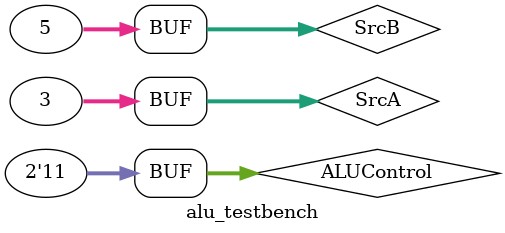
<source format=sv>
module alu_testbench;

    logic [31:0] SrcA;
    logic [31:0] SrcB;
    logic [1:0] ALUControl;
    logic [31:0] ALUResult;
    logic [3:0] ALUFlags;

    alu alu_inst (
        .SrcA(SrcA),
        .SrcB(SrcB),
        .ALUControl(ALUControl),
        .ALUResult(ALUResult),
        .ALUFlags(ALUFlags)
    );

    initial begin
        // Test case 1
        SrcA = 32'h2;
        SrcB = 32'h1;
        ALUControl = 2'b01; // You can set the ALU control value as needed

        // Wait a little bit
        #20;
		  SrcA = 32'h5;
        SrcB = 32'h3;
		  
		  #20;
		  SrcA = 32'h3;
        SrcB = 32'h5;
		  
		  //ALUControl = 2'b10;
		  //#20;
		  
		  ALUControl = 2'b11;
		  #20;
		  
    end

endmodule

// Add a clock and reset generator if your design requires it
// For simplicity, this example doesn't include them


</source>
